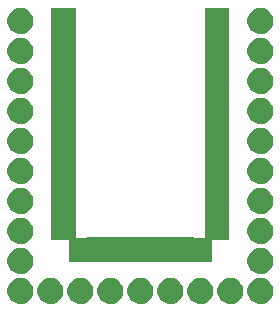
<source format=gbr>
G04 #@! TF.FileFunction,Soldermask,Top*
%FSLAX46Y46*%
G04 Gerber Fmt 4.6, Leading zero omitted, Abs format (unit mm)*
G04 Created by KiCad (PCBNEW 0.201512080931+6353~38~ubuntu14.04.1-stable) date Sun 13 Dec 2015 15:09:23 CET*
%MOMM*%
G01*
G04 APERTURE LIST*
%ADD10C,0.100000*%
G04 APERTURE END LIST*
D10*
G36*
X143625538Y-113835730D02*
X143836860Y-113879108D01*
X144035715Y-113962698D01*
X144214563Y-114083333D01*
X144366569Y-114236403D01*
X144485944Y-114416078D01*
X144568150Y-114615526D01*
X144609914Y-114826450D01*
X144609914Y-114826466D01*
X144610047Y-114827139D01*
X144606606Y-115073534D01*
X144606455Y-115074197D01*
X144606455Y-115074221D01*
X144558818Y-115283893D01*
X144471073Y-115480972D01*
X144346728Y-115657241D01*
X144190508Y-115806008D01*
X144008363Y-115921600D01*
X143807248Y-115999608D01*
X143594798Y-116037069D01*
X143379124Y-116032551D01*
X143168435Y-115986229D01*
X142970759Y-115899866D01*
X142793615Y-115776747D01*
X142643764Y-115621572D01*
X142526904Y-115440241D01*
X142447492Y-115239668D01*
X142408550Y-115027491D01*
X142411562Y-114811793D01*
X142456413Y-114600784D01*
X142541396Y-114402503D01*
X142663272Y-114224509D01*
X142817398Y-114073577D01*
X142997905Y-113955456D01*
X143197918Y-113874645D01*
X143409821Y-113834223D01*
X143625538Y-113835730D01*
X143625538Y-113835730D01*
G37*
G36*
X146165538Y-113835730D02*
X146376860Y-113879108D01*
X146575715Y-113962698D01*
X146754563Y-114083333D01*
X146906569Y-114236403D01*
X147025944Y-114416078D01*
X147108150Y-114615526D01*
X147149914Y-114826450D01*
X147149914Y-114826466D01*
X147150047Y-114827139D01*
X147146606Y-115073534D01*
X147146455Y-115074197D01*
X147146455Y-115074221D01*
X147098818Y-115283893D01*
X147011073Y-115480972D01*
X146886728Y-115657241D01*
X146730508Y-115806008D01*
X146548363Y-115921600D01*
X146347248Y-115999608D01*
X146134798Y-116037069D01*
X145919124Y-116032551D01*
X145708435Y-115986229D01*
X145510759Y-115899866D01*
X145333615Y-115776747D01*
X145183764Y-115621572D01*
X145066904Y-115440241D01*
X144987492Y-115239668D01*
X144948550Y-115027491D01*
X144951562Y-114811793D01*
X144996413Y-114600784D01*
X145081396Y-114402503D01*
X145203272Y-114224509D01*
X145357398Y-114073577D01*
X145537905Y-113955456D01*
X145737918Y-113874645D01*
X145949821Y-113834223D01*
X146165538Y-113835730D01*
X146165538Y-113835730D01*
G37*
G36*
X148705538Y-113835730D02*
X148916860Y-113879108D01*
X149115715Y-113962698D01*
X149294563Y-114083333D01*
X149446569Y-114236403D01*
X149565944Y-114416078D01*
X149648150Y-114615526D01*
X149689914Y-114826450D01*
X149689914Y-114826466D01*
X149690047Y-114827139D01*
X149686606Y-115073534D01*
X149686455Y-115074197D01*
X149686455Y-115074221D01*
X149638818Y-115283893D01*
X149551073Y-115480972D01*
X149426728Y-115657241D01*
X149270508Y-115806008D01*
X149088363Y-115921600D01*
X148887248Y-115999608D01*
X148674798Y-116037069D01*
X148459124Y-116032551D01*
X148248435Y-115986229D01*
X148050759Y-115899866D01*
X147873615Y-115776747D01*
X147723764Y-115621572D01*
X147606904Y-115440241D01*
X147527492Y-115239668D01*
X147488550Y-115027491D01*
X147491562Y-114811793D01*
X147536413Y-114600784D01*
X147621396Y-114402503D01*
X147743272Y-114224509D01*
X147897398Y-114073577D01*
X148077905Y-113955456D01*
X148277918Y-113874645D01*
X148489821Y-113834223D01*
X148705538Y-113835730D01*
X148705538Y-113835730D01*
G37*
G36*
X151245538Y-113835730D02*
X151456860Y-113879108D01*
X151655715Y-113962698D01*
X151834563Y-114083333D01*
X151986569Y-114236403D01*
X152105944Y-114416078D01*
X152188150Y-114615526D01*
X152229914Y-114826450D01*
X152229914Y-114826466D01*
X152230047Y-114827139D01*
X152226606Y-115073534D01*
X152226455Y-115074197D01*
X152226455Y-115074221D01*
X152178818Y-115283893D01*
X152091073Y-115480972D01*
X151966728Y-115657241D01*
X151810508Y-115806008D01*
X151628363Y-115921600D01*
X151427248Y-115999608D01*
X151214798Y-116037069D01*
X150999124Y-116032551D01*
X150788435Y-115986229D01*
X150590759Y-115899866D01*
X150413615Y-115776747D01*
X150263764Y-115621572D01*
X150146904Y-115440241D01*
X150067492Y-115239668D01*
X150028550Y-115027491D01*
X150031562Y-114811793D01*
X150076413Y-114600784D01*
X150161396Y-114402503D01*
X150283272Y-114224509D01*
X150437398Y-114073577D01*
X150617905Y-113955456D01*
X150817918Y-113874645D01*
X151029821Y-113834223D01*
X151245538Y-113835730D01*
X151245538Y-113835730D01*
G37*
G36*
X153785538Y-113835730D02*
X153996860Y-113879108D01*
X154195715Y-113962698D01*
X154374563Y-114083333D01*
X154526569Y-114236403D01*
X154645944Y-114416078D01*
X154728150Y-114615526D01*
X154769914Y-114826450D01*
X154769914Y-114826466D01*
X154770047Y-114827139D01*
X154766606Y-115073534D01*
X154766455Y-115074197D01*
X154766455Y-115074221D01*
X154718818Y-115283893D01*
X154631073Y-115480972D01*
X154506728Y-115657241D01*
X154350508Y-115806008D01*
X154168363Y-115921600D01*
X153967248Y-115999608D01*
X153754798Y-116037069D01*
X153539124Y-116032551D01*
X153328435Y-115986229D01*
X153130759Y-115899866D01*
X152953615Y-115776747D01*
X152803764Y-115621572D01*
X152686904Y-115440241D01*
X152607492Y-115239668D01*
X152568550Y-115027491D01*
X152571562Y-114811793D01*
X152616413Y-114600784D01*
X152701396Y-114402503D01*
X152823272Y-114224509D01*
X152977398Y-114073577D01*
X153157905Y-113955456D01*
X153357918Y-113874645D01*
X153569821Y-113834223D01*
X153785538Y-113835730D01*
X153785538Y-113835730D01*
G37*
G36*
X156325538Y-113835730D02*
X156536860Y-113879108D01*
X156735715Y-113962698D01*
X156914563Y-114083333D01*
X157066569Y-114236403D01*
X157185944Y-114416078D01*
X157268150Y-114615526D01*
X157309914Y-114826450D01*
X157309914Y-114826466D01*
X157310047Y-114827139D01*
X157306606Y-115073534D01*
X157306455Y-115074197D01*
X157306455Y-115074221D01*
X157258818Y-115283893D01*
X157171073Y-115480972D01*
X157046728Y-115657241D01*
X156890508Y-115806008D01*
X156708363Y-115921600D01*
X156507248Y-115999608D01*
X156294798Y-116037069D01*
X156079124Y-116032551D01*
X155868435Y-115986229D01*
X155670759Y-115899866D01*
X155493615Y-115776747D01*
X155343764Y-115621572D01*
X155226904Y-115440241D01*
X155147492Y-115239668D01*
X155108550Y-115027491D01*
X155111562Y-114811793D01*
X155156413Y-114600784D01*
X155241396Y-114402503D01*
X155363272Y-114224509D01*
X155517398Y-114073577D01*
X155697905Y-113955456D01*
X155897918Y-113874645D01*
X156109821Y-113834223D01*
X156325538Y-113835730D01*
X156325538Y-113835730D01*
G37*
G36*
X158865538Y-113835730D02*
X159076860Y-113879108D01*
X159275715Y-113962698D01*
X159454563Y-114083333D01*
X159606569Y-114236403D01*
X159725944Y-114416078D01*
X159808150Y-114615526D01*
X159849914Y-114826450D01*
X159849914Y-114826466D01*
X159850047Y-114827139D01*
X159846606Y-115073534D01*
X159846455Y-115074197D01*
X159846455Y-115074221D01*
X159798818Y-115283893D01*
X159711073Y-115480972D01*
X159586728Y-115657241D01*
X159430508Y-115806008D01*
X159248363Y-115921600D01*
X159047248Y-115999608D01*
X158834798Y-116037069D01*
X158619124Y-116032551D01*
X158408435Y-115986229D01*
X158210759Y-115899866D01*
X158033615Y-115776747D01*
X157883764Y-115621572D01*
X157766904Y-115440241D01*
X157687492Y-115239668D01*
X157648550Y-115027491D01*
X157651562Y-114811793D01*
X157696413Y-114600784D01*
X157781396Y-114402503D01*
X157903272Y-114224509D01*
X158057398Y-114073577D01*
X158237905Y-113955456D01*
X158437918Y-113874645D01*
X158649821Y-113834223D01*
X158865538Y-113835730D01*
X158865538Y-113835730D01*
G37*
G36*
X138545538Y-113835730D02*
X138756860Y-113879108D01*
X138955715Y-113962698D01*
X139134563Y-114083333D01*
X139286569Y-114236403D01*
X139405944Y-114416078D01*
X139488150Y-114615526D01*
X139529914Y-114826450D01*
X139529914Y-114826466D01*
X139530047Y-114827139D01*
X139526606Y-115073534D01*
X139526455Y-115074197D01*
X139526455Y-115074221D01*
X139478818Y-115283893D01*
X139391073Y-115480972D01*
X139266728Y-115657241D01*
X139110508Y-115806008D01*
X138928363Y-115921600D01*
X138727248Y-115999608D01*
X138514798Y-116037069D01*
X138299124Y-116032551D01*
X138088435Y-115986229D01*
X137890759Y-115899866D01*
X137713615Y-115776747D01*
X137563764Y-115621572D01*
X137446904Y-115440241D01*
X137367492Y-115239668D01*
X137328550Y-115027491D01*
X137331562Y-114811793D01*
X137376413Y-114600784D01*
X137461396Y-114402503D01*
X137583272Y-114224509D01*
X137737398Y-114073577D01*
X137917905Y-113955456D01*
X138117918Y-113874645D01*
X138329821Y-113834223D01*
X138545538Y-113835730D01*
X138545538Y-113835730D01*
G37*
G36*
X141085538Y-113835730D02*
X141296860Y-113879108D01*
X141495715Y-113962698D01*
X141674563Y-114083333D01*
X141826569Y-114236403D01*
X141945944Y-114416078D01*
X142028150Y-114615526D01*
X142069914Y-114826450D01*
X142069914Y-114826466D01*
X142070047Y-114827139D01*
X142066606Y-115073534D01*
X142066455Y-115074197D01*
X142066455Y-115074221D01*
X142018818Y-115283893D01*
X141931073Y-115480972D01*
X141806728Y-115657241D01*
X141650508Y-115806008D01*
X141468363Y-115921600D01*
X141267248Y-115999608D01*
X141054798Y-116037069D01*
X140839124Y-116032551D01*
X140628435Y-115986229D01*
X140430759Y-115899866D01*
X140253615Y-115776747D01*
X140103764Y-115621572D01*
X139986904Y-115440241D01*
X139907492Y-115239668D01*
X139868550Y-115027491D01*
X139871562Y-114811793D01*
X139916413Y-114600784D01*
X140001396Y-114402503D01*
X140123272Y-114224509D01*
X140277398Y-114073577D01*
X140457905Y-113955456D01*
X140657918Y-113874645D01*
X140869821Y-113834223D01*
X141085538Y-113835730D01*
X141085538Y-113835730D01*
G37*
G36*
X158865538Y-111295730D02*
X159076860Y-111339108D01*
X159275715Y-111422698D01*
X159454563Y-111543333D01*
X159606569Y-111696403D01*
X159725944Y-111876078D01*
X159808150Y-112075526D01*
X159849914Y-112286450D01*
X159849914Y-112286466D01*
X159850047Y-112287139D01*
X159846606Y-112533534D01*
X159846455Y-112534197D01*
X159846455Y-112534221D01*
X159798818Y-112743893D01*
X159711073Y-112940972D01*
X159586728Y-113117241D01*
X159430508Y-113266008D01*
X159248363Y-113381600D01*
X159047248Y-113459608D01*
X158834798Y-113497069D01*
X158619124Y-113492551D01*
X158408435Y-113446229D01*
X158210759Y-113359866D01*
X158033615Y-113236747D01*
X157883764Y-113081572D01*
X157766904Y-112900241D01*
X157687492Y-112699668D01*
X157648550Y-112487491D01*
X157651562Y-112271793D01*
X157696413Y-112060784D01*
X157781396Y-111862503D01*
X157903272Y-111684509D01*
X158057398Y-111533577D01*
X158237905Y-111415456D01*
X158437918Y-111334645D01*
X158649821Y-111294223D01*
X158865538Y-111295730D01*
X158865538Y-111295730D01*
G37*
G36*
X138545538Y-111295730D02*
X138756860Y-111339108D01*
X138955715Y-111422698D01*
X139134563Y-111543333D01*
X139286569Y-111696403D01*
X139405944Y-111876078D01*
X139488150Y-112075526D01*
X139529914Y-112286450D01*
X139529914Y-112286466D01*
X139530047Y-112287139D01*
X139526606Y-112533534D01*
X139526455Y-112534197D01*
X139526455Y-112534221D01*
X139478818Y-112743893D01*
X139391073Y-112940972D01*
X139266728Y-113117241D01*
X139110508Y-113266008D01*
X138928363Y-113381600D01*
X138727248Y-113459608D01*
X138514798Y-113497069D01*
X138299124Y-113492551D01*
X138088435Y-113446229D01*
X137890759Y-113359866D01*
X137713615Y-113236747D01*
X137563764Y-113081572D01*
X137446904Y-112900241D01*
X137367492Y-112699668D01*
X137328550Y-112487491D01*
X137331562Y-112271793D01*
X137376413Y-112060784D01*
X137461396Y-111862503D01*
X137583272Y-111684509D01*
X137737398Y-111533577D01*
X137917905Y-111415456D01*
X138117918Y-111334645D01*
X138329821Y-111294223D01*
X138545538Y-111295730D01*
X138545538Y-111295730D01*
G37*
G36*
X143139770Y-110386850D02*
X143143729Y-110414709D01*
X143155293Y-110440363D01*
X143173546Y-110461779D01*
X143197042Y-110477262D01*
X143223922Y-110485586D01*
X143239770Y-110486850D01*
X143944060Y-110486850D01*
X143971919Y-110482891D01*
X143997573Y-110471327D01*
X144018989Y-110453074D01*
X144034472Y-110429578D01*
X144042796Y-110402698D01*
X144043782Y-110390330D01*
X153136074Y-110390330D01*
X153139899Y-110417249D01*
X153151463Y-110442903D01*
X153169716Y-110464319D01*
X153193212Y-110479802D01*
X153220092Y-110488126D01*
X153235940Y-110489390D01*
X153940230Y-110489390D01*
X153968089Y-110485431D01*
X153993743Y-110473867D01*
X154015159Y-110455614D01*
X154030642Y-110432118D01*
X154038966Y-110405238D01*
X154040230Y-110389390D01*
X154040230Y-90991080D01*
X156139490Y-90991080D01*
X156139490Y-110588400D01*
X154734540Y-110588400D01*
X154706681Y-110592359D01*
X154681027Y-110603923D01*
X154659611Y-110622176D01*
X154644128Y-110645672D01*
X154635804Y-110672552D01*
X154634540Y-110688400D01*
X154634540Y-112487050D01*
X153235940Y-112487050D01*
X153218066Y-112489590D01*
X143972231Y-112489590D01*
X143959908Y-112485774D01*
X143944060Y-112484510D01*
X142540380Y-112484510D01*
X142540380Y-110688400D01*
X142536421Y-110660541D01*
X142524857Y-110634887D01*
X142506604Y-110613471D01*
X142483108Y-110597988D01*
X142456228Y-110589664D01*
X142440380Y-110588400D01*
X141040510Y-110588400D01*
X141040510Y-90991080D01*
X143139770Y-90991080D01*
X143139770Y-110386850D01*
X143139770Y-110386850D01*
G37*
G36*
X138545538Y-108755730D02*
X138756860Y-108799108D01*
X138955715Y-108882698D01*
X139134563Y-109003333D01*
X139286569Y-109156403D01*
X139405944Y-109336078D01*
X139488150Y-109535526D01*
X139529914Y-109746450D01*
X139529914Y-109746466D01*
X139530047Y-109747139D01*
X139526606Y-109993534D01*
X139526455Y-109994197D01*
X139526455Y-109994221D01*
X139478818Y-110203893D01*
X139391073Y-110400972D01*
X139266728Y-110577241D01*
X139110508Y-110726008D01*
X138928363Y-110841600D01*
X138727248Y-110919608D01*
X138514798Y-110957069D01*
X138299124Y-110952551D01*
X138088435Y-110906229D01*
X137890759Y-110819866D01*
X137713615Y-110696747D01*
X137563764Y-110541572D01*
X137446904Y-110360241D01*
X137367492Y-110159668D01*
X137328550Y-109947491D01*
X137331562Y-109731793D01*
X137376413Y-109520784D01*
X137461396Y-109322503D01*
X137583272Y-109144509D01*
X137737398Y-108993577D01*
X137917905Y-108875456D01*
X138117918Y-108794645D01*
X138329821Y-108754223D01*
X138545538Y-108755730D01*
X138545538Y-108755730D01*
G37*
G36*
X158865538Y-108755730D02*
X159076860Y-108799108D01*
X159275715Y-108882698D01*
X159454563Y-109003333D01*
X159606569Y-109156403D01*
X159725944Y-109336078D01*
X159808150Y-109535526D01*
X159849914Y-109746450D01*
X159849914Y-109746466D01*
X159850047Y-109747139D01*
X159846606Y-109993534D01*
X159846455Y-109994197D01*
X159846455Y-109994221D01*
X159798818Y-110203893D01*
X159711073Y-110400972D01*
X159586728Y-110577241D01*
X159430508Y-110726008D01*
X159248363Y-110841600D01*
X159047248Y-110919608D01*
X158834798Y-110957069D01*
X158619124Y-110952551D01*
X158408435Y-110906229D01*
X158210759Y-110819866D01*
X158033615Y-110696747D01*
X157883764Y-110541572D01*
X157766904Y-110360241D01*
X157687492Y-110159668D01*
X157648550Y-109947491D01*
X157651562Y-109731793D01*
X157696413Y-109520784D01*
X157781396Y-109322503D01*
X157903272Y-109144509D01*
X158057398Y-108993577D01*
X158237905Y-108875456D01*
X158437918Y-108794645D01*
X158649821Y-108754223D01*
X158865538Y-108755730D01*
X158865538Y-108755730D01*
G37*
G36*
X138545538Y-106215730D02*
X138756860Y-106259108D01*
X138955715Y-106342698D01*
X139134563Y-106463333D01*
X139286569Y-106616403D01*
X139405944Y-106796078D01*
X139488150Y-106995526D01*
X139529914Y-107206450D01*
X139529914Y-107206466D01*
X139530047Y-107207139D01*
X139526606Y-107453534D01*
X139526455Y-107454197D01*
X139526455Y-107454221D01*
X139478818Y-107663893D01*
X139391073Y-107860972D01*
X139266728Y-108037241D01*
X139110508Y-108186008D01*
X138928363Y-108301600D01*
X138727248Y-108379608D01*
X138514798Y-108417069D01*
X138299124Y-108412551D01*
X138088435Y-108366229D01*
X137890759Y-108279866D01*
X137713615Y-108156747D01*
X137563764Y-108001572D01*
X137446904Y-107820241D01*
X137367492Y-107619668D01*
X137328550Y-107407491D01*
X137331562Y-107191793D01*
X137376413Y-106980784D01*
X137461396Y-106782503D01*
X137583272Y-106604509D01*
X137737398Y-106453577D01*
X137917905Y-106335456D01*
X138117918Y-106254645D01*
X138329821Y-106214223D01*
X138545538Y-106215730D01*
X138545538Y-106215730D01*
G37*
G36*
X158865538Y-106215730D02*
X159076860Y-106259108D01*
X159275715Y-106342698D01*
X159454563Y-106463333D01*
X159606569Y-106616403D01*
X159725944Y-106796078D01*
X159808150Y-106995526D01*
X159849914Y-107206450D01*
X159849914Y-107206466D01*
X159850047Y-107207139D01*
X159846606Y-107453534D01*
X159846455Y-107454197D01*
X159846455Y-107454221D01*
X159798818Y-107663893D01*
X159711073Y-107860972D01*
X159586728Y-108037241D01*
X159430508Y-108186008D01*
X159248363Y-108301600D01*
X159047248Y-108379608D01*
X158834798Y-108417069D01*
X158619124Y-108412551D01*
X158408435Y-108366229D01*
X158210759Y-108279866D01*
X158033615Y-108156747D01*
X157883764Y-108001572D01*
X157766904Y-107820241D01*
X157687492Y-107619668D01*
X157648550Y-107407491D01*
X157651562Y-107191793D01*
X157696413Y-106980784D01*
X157781396Y-106782503D01*
X157903272Y-106604509D01*
X158057398Y-106453577D01*
X158237905Y-106335456D01*
X158437918Y-106254645D01*
X158649821Y-106214223D01*
X158865538Y-106215730D01*
X158865538Y-106215730D01*
G37*
G36*
X138545538Y-103675730D02*
X138756860Y-103719108D01*
X138955715Y-103802698D01*
X139134563Y-103923333D01*
X139286569Y-104076403D01*
X139405944Y-104256078D01*
X139488150Y-104455526D01*
X139529914Y-104666450D01*
X139529914Y-104666466D01*
X139530047Y-104667139D01*
X139526606Y-104913534D01*
X139526455Y-104914197D01*
X139526455Y-104914221D01*
X139478818Y-105123893D01*
X139391073Y-105320972D01*
X139266728Y-105497241D01*
X139110508Y-105646008D01*
X138928363Y-105761600D01*
X138727248Y-105839608D01*
X138514798Y-105877069D01*
X138299124Y-105872551D01*
X138088435Y-105826229D01*
X137890759Y-105739866D01*
X137713615Y-105616747D01*
X137563764Y-105461572D01*
X137446904Y-105280241D01*
X137367492Y-105079668D01*
X137328550Y-104867491D01*
X137331562Y-104651793D01*
X137376413Y-104440784D01*
X137461396Y-104242503D01*
X137583272Y-104064509D01*
X137737398Y-103913577D01*
X137917905Y-103795456D01*
X138117918Y-103714645D01*
X138329821Y-103674223D01*
X138545538Y-103675730D01*
X138545538Y-103675730D01*
G37*
G36*
X158865538Y-103675730D02*
X159076860Y-103719108D01*
X159275715Y-103802698D01*
X159454563Y-103923333D01*
X159606569Y-104076403D01*
X159725944Y-104256078D01*
X159808150Y-104455526D01*
X159849914Y-104666450D01*
X159849914Y-104666466D01*
X159850047Y-104667139D01*
X159846606Y-104913534D01*
X159846455Y-104914197D01*
X159846455Y-104914221D01*
X159798818Y-105123893D01*
X159711073Y-105320972D01*
X159586728Y-105497241D01*
X159430508Y-105646008D01*
X159248363Y-105761600D01*
X159047248Y-105839608D01*
X158834798Y-105877069D01*
X158619124Y-105872551D01*
X158408435Y-105826229D01*
X158210759Y-105739866D01*
X158033615Y-105616747D01*
X157883764Y-105461572D01*
X157766904Y-105280241D01*
X157687492Y-105079668D01*
X157648550Y-104867491D01*
X157651562Y-104651793D01*
X157696413Y-104440784D01*
X157781396Y-104242503D01*
X157903272Y-104064509D01*
X158057398Y-103913577D01*
X158237905Y-103795456D01*
X158437918Y-103714645D01*
X158649821Y-103674223D01*
X158865538Y-103675730D01*
X158865538Y-103675730D01*
G37*
G36*
X158865538Y-101135730D02*
X159076860Y-101179108D01*
X159275715Y-101262698D01*
X159454563Y-101383333D01*
X159606569Y-101536403D01*
X159725944Y-101716078D01*
X159808150Y-101915526D01*
X159849914Y-102126450D01*
X159849914Y-102126466D01*
X159850047Y-102127139D01*
X159846606Y-102373534D01*
X159846455Y-102374197D01*
X159846455Y-102374221D01*
X159798818Y-102583893D01*
X159711073Y-102780972D01*
X159586728Y-102957241D01*
X159430508Y-103106008D01*
X159248363Y-103221600D01*
X159047248Y-103299608D01*
X158834798Y-103337069D01*
X158619124Y-103332551D01*
X158408435Y-103286229D01*
X158210759Y-103199866D01*
X158033615Y-103076747D01*
X157883764Y-102921572D01*
X157766904Y-102740241D01*
X157687492Y-102539668D01*
X157648550Y-102327491D01*
X157651562Y-102111793D01*
X157696413Y-101900784D01*
X157781396Y-101702503D01*
X157903272Y-101524509D01*
X158057398Y-101373577D01*
X158237905Y-101255456D01*
X158437918Y-101174645D01*
X158649821Y-101134223D01*
X158865538Y-101135730D01*
X158865538Y-101135730D01*
G37*
G36*
X138545538Y-101135730D02*
X138756860Y-101179108D01*
X138955715Y-101262698D01*
X139134563Y-101383333D01*
X139286569Y-101536403D01*
X139405944Y-101716078D01*
X139488150Y-101915526D01*
X139529914Y-102126450D01*
X139529914Y-102126466D01*
X139530047Y-102127139D01*
X139526606Y-102373534D01*
X139526455Y-102374197D01*
X139526455Y-102374221D01*
X139478818Y-102583893D01*
X139391073Y-102780972D01*
X139266728Y-102957241D01*
X139110508Y-103106008D01*
X138928363Y-103221600D01*
X138727248Y-103299608D01*
X138514798Y-103337069D01*
X138299124Y-103332551D01*
X138088435Y-103286229D01*
X137890759Y-103199866D01*
X137713615Y-103076747D01*
X137563764Y-102921572D01*
X137446904Y-102740241D01*
X137367492Y-102539668D01*
X137328550Y-102327491D01*
X137331562Y-102111793D01*
X137376413Y-101900784D01*
X137461396Y-101702503D01*
X137583272Y-101524509D01*
X137737398Y-101373577D01*
X137917905Y-101255456D01*
X138117918Y-101174645D01*
X138329821Y-101134223D01*
X138545538Y-101135730D01*
X138545538Y-101135730D01*
G37*
G36*
X158865538Y-98595730D02*
X159076860Y-98639108D01*
X159275715Y-98722698D01*
X159454563Y-98843333D01*
X159606569Y-98996403D01*
X159725944Y-99176078D01*
X159808150Y-99375526D01*
X159849914Y-99586450D01*
X159849914Y-99586466D01*
X159850047Y-99587139D01*
X159846606Y-99833534D01*
X159846455Y-99834197D01*
X159846455Y-99834221D01*
X159798818Y-100043893D01*
X159711073Y-100240972D01*
X159586728Y-100417241D01*
X159430508Y-100566008D01*
X159248363Y-100681600D01*
X159047248Y-100759608D01*
X158834798Y-100797069D01*
X158619124Y-100792551D01*
X158408435Y-100746229D01*
X158210759Y-100659866D01*
X158033615Y-100536747D01*
X157883764Y-100381572D01*
X157766904Y-100200241D01*
X157687492Y-99999668D01*
X157648550Y-99787491D01*
X157651562Y-99571793D01*
X157696413Y-99360784D01*
X157781396Y-99162503D01*
X157903272Y-98984509D01*
X158057398Y-98833577D01*
X158237905Y-98715456D01*
X158437918Y-98634645D01*
X158649821Y-98594223D01*
X158865538Y-98595730D01*
X158865538Y-98595730D01*
G37*
G36*
X138545538Y-98595730D02*
X138756860Y-98639108D01*
X138955715Y-98722698D01*
X139134563Y-98843333D01*
X139286569Y-98996403D01*
X139405944Y-99176078D01*
X139488150Y-99375526D01*
X139529914Y-99586450D01*
X139529914Y-99586466D01*
X139530047Y-99587139D01*
X139526606Y-99833534D01*
X139526455Y-99834197D01*
X139526455Y-99834221D01*
X139478818Y-100043893D01*
X139391073Y-100240972D01*
X139266728Y-100417241D01*
X139110508Y-100566008D01*
X138928363Y-100681600D01*
X138727248Y-100759608D01*
X138514798Y-100797069D01*
X138299124Y-100792551D01*
X138088435Y-100746229D01*
X137890759Y-100659866D01*
X137713615Y-100536747D01*
X137563764Y-100381572D01*
X137446904Y-100200241D01*
X137367492Y-99999668D01*
X137328550Y-99787491D01*
X137331562Y-99571793D01*
X137376413Y-99360784D01*
X137461396Y-99162503D01*
X137583272Y-98984509D01*
X137737398Y-98833577D01*
X137917905Y-98715456D01*
X138117918Y-98634645D01*
X138329821Y-98594223D01*
X138545538Y-98595730D01*
X138545538Y-98595730D01*
G37*
G36*
X138545538Y-96055730D02*
X138756860Y-96099108D01*
X138955715Y-96182698D01*
X139134563Y-96303333D01*
X139286569Y-96456403D01*
X139405944Y-96636078D01*
X139488150Y-96835526D01*
X139529914Y-97046450D01*
X139529914Y-97046466D01*
X139530047Y-97047139D01*
X139526606Y-97293534D01*
X139526455Y-97294197D01*
X139526455Y-97294221D01*
X139478818Y-97503893D01*
X139391073Y-97700972D01*
X139266728Y-97877241D01*
X139110508Y-98026008D01*
X138928363Y-98141600D01*
X138727248Y-98219608D01*
X138514798Y-98257069D01*
X138299124Y-98252551D01*
X138088435Y-98206229D01*
X137890759Y-98119866D01*
X137713615Y-97996747D01*
X137563764Y-97841572D01*
X137446904Y-97660241D01*
X137367492Y-97459668D01*
X137328550Y-97247491D01*
X137331562Y-97031793D01*
X137376413Y-96820784D01*
X137461396Y-96622503D01*
X137583272Y-96444509D01*
X137737398Y-96293577D01*
X137917905Y-96175456D01*
X138117918Y-96094645D01*
X138329821Y-96054223D01*
X138545538Y-96055730D01*
X138545538Y-96055730D01*
G37*
G36*
X158865538Y-96055730D02*
X159076860Y-96099108D01*
X159275715Y-96182698D01*
X159454563Y-96303333D01*
X159606569Y-96456403D01*
X159725944Y-96636078D01*
X159808150Y-96835526D01*
X159849914Y-97046450D01*
X159849914Y-97046466D01*
X159850047Y-97047139D01*
X159846606Y-97293534D01*
X159846455Y-97294197D01*
X159846455Y-97294221D01*
X159798818Y-97503893D01*
X159711073Y-97700972D01*
X159586728Y-97877241D01*
X159430508Y-98026008D01*
X159248363Y-98141600D01*
X159047248Y-98219608D01*
X158834798Y-98257069D01*
X158619124Y-98252551D01*
X158408435Y-98206229D01*
X158210759Y-98119866D01*
X158033615Y-97996747D01*
X157883764Y-97841572D01*
X157766904Y-97660241D01*
X157687492Y-97459668D01*
X157648550Y-97247491D01*
X157651562Y-97031793D01*
X157696413Y-96820784D01*
X157781396Y-96622503D01*
X157903272Y-96444509D01*
X158057398Y-96293577D01*
X158237905Y-96175456D01*
X158437918Y-96094645D01*
X158649821Y-96054223D01*
X158865538Y-96055730D01*
X158865538Y-96055730D01*
G37*
G36*
X158865538Y-93515730D02*
X159076860Y-93559108D01*
X159275715Y-93642698D01*
X159454563Y-93763333D01*
X159606569Y-93916403D01*
X159725944Y-94096078D01*
X159808150Y-94295526D01*
X159849914Y-94506450D01*
X159849914Y-94506466D01*
X159850047Y-94507139D01*
X159846606Y-94753534D01*
X159846455Y-94754197D01*
X159846455Y-94754221D01*
X159798818Y-94963893D01*
X159711073Y-95160972D01*
X159586728Y-95337241D01*
X159430508Y-95486008D01*
X159248363Y-95601600D01*
X159047248Y-95679608D01*
X158834798Y-95717069D01*
X158619124Y-95712551D01*
X158408435Y-95666229D01*
X158210759Y-95579866D01*
X158033615Y-95456747D01*
X157883764Y-95301572D01*
X157766904Y-95120241D01*
X157687492Y-94919668D01*
X157648550Y-94707491D01*
X157651562Y-94491793D01*
X157696413Y-94280784D01*
X157781396Y-94082503D01*
X157903272Y-93904509D01*
X158057398Y-93753577D01*
X158237905Y-93635456D01*
X158437918Y-93554645D01*
X158649821Y-93514223D01*
X158865538Y-93515730D01*
X158865538Y-93515730D01*
G37*
G36*
X138545538Y-93515730D02*
X138756860Y-93559108D01*
X138955715Y-93642698D01*
X139134563Y-93763333D01*
X139286569Y-93916403D01*
X139405944Y-94096078D01*
X139488150Y-94295526D01*
X139529914Y-94506450D01*
X139529914Y-94506466D01*
X139530047Y-94507139D01*
X139526606Y-94753534D01*
X139526455Y-94754197D01*
X139526455Y-94754221D01*
X139478818Y-94963893D01*
X139391073Y-95160972D01*
X139266728Y-95337241D01*
X139110508Y-95486008D01*
X138928363Y-95601600D01*
X138727248Y-95679608D01*
X138514798Y-95717069D01*
X138299124Y-95712551D01*
X138088435Y-95666229D01*
X137890759Y-95579866D01*
X137713615Y-95456747D01*
X137563764Y-95301572D01*
X137446904Y-95120241D01*
X137367492Y-94919668D01*
X137328550Y-94707491D01*
X137331562Y-94491793D01*
X137376413Y-94280784D01*
X137461396Y-94082503D01*
X137583272Y-93904509D01*
X137737398Y-93753577D01*
X137917905Y-93635456D01*
X138117918Y-93554645D01*
X138329821Y-93514223D01*
X138545538Y-93515730D01*
X138545538Y-93515730D01*
G37*
G36*
X158865538Y-90975730D02*
X159076860Y-91019108D01*
X159275715Y-91102698D01*
X159454563Y-91223333D01*
X159606569Y-91376403D01*
X159725944Y-91556078D01*
X159808150Y-91755526D01*
X159849914Y-91966450D01*
X159849914Y-91966466D01*
X159850047Y-91967139D01*
X159846606Y-92213534D01*
X159846455Y-92214197D01*
X159846455Y-92214221D01*
X159798818Y-92423893D01*
X159711073Y-92620972D01*
X159586728Y-92797241D01*
X159430508Y-92946008D01*
X159248363Y-93061600D01*
X159047248Y-93139608D01*
X158834798Y-93177069D01*
X158619124Y-93172551D01*
X158408435Y-93126229D01*
X158210759Y-93039866D01*
X158033615Y-92916747D01*
X157883764Y-92761572D01*
X157766904Y-92580241D01*
X157687492Y-92379668D01*
X157648550Y-92167491D01*
X157651562Y-91951793D01*
X157696413Y-91740784D01*
X157781396Y-91542503D01*
X157903272Y-91364509D01*
X158057398Y-91213577D01*
X158237905Y-91095456D01*
X158437918Y-91014645D01*
X158649821Y-90974223D01*
X158865538Y-90975730D01*
X158865538Y-90975730D01*
G37*
G36*
X138545538Y-90975730D02*
X138756860Y-91019108D01*
X138955715Y-91102698D01*
X139134563Y-91223333D01*
X139286569Y-91376403D01*
X139405944Y-91556078D01*
X139488150Y-91755526D01*
X139529914Y-91966450D01*
X139529914Y-91966466D01*
X139530047Y-91967139D01*
X139526606Y-92213534D01*
X139526455Y-92214197D01*
X139526455Y-92214221D01*
X139478818Y-92423893D01*
X139391073Y-92620972D01*
X139266728Y-92797241D01*
X139110508Y-92946008D01*
X138928363Y-93061600D01*
X138727248Y-93139608D01*
X138514798Y-93177069D01*
X138299124Y-93172551D01*
X138088435Y-93126229D01*
X137890759Y-93039866D01*
X137713615Y-92916747D01*
X137563764Y-92761572D01*
X137446904Y-92580241D01*
X137367492Y-92379668D01*
X137328550Y-92167491D01*
X137331562Y-91951793D01*
X137376413Y-91740784D01*
X137461396Y-91542503D01*
X137583272Y-91364509D01*
X137737398Y-91213577D01*
X137917905Y-91095456D01*
X138117918Y-91014645D01*
X138329821Y-90974223D01*
X138545538Y-90975730D01*
X138545538Y-90975730D01*
G37*
M02*

</source>
